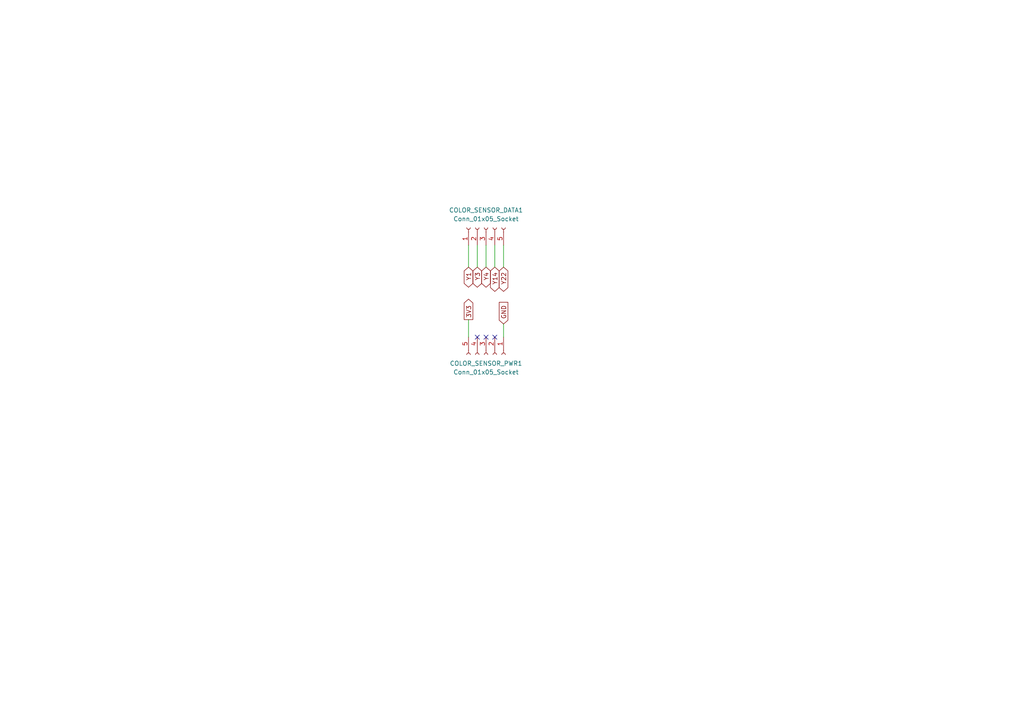
<source format=kicad_sch>
(kicad_sch (version 20231120) (generator "eeschema") (generator_version "8.0")
  (paper "A4")
  (lib_symbols
    (symbol "Connector:Conn_01x05_Socket" (pin_names (offset 1.016) hide)
      (property "Reference" "J" (at 0 7.62 0))
      (property "Value" "Conn_01x05_Socket" (at 0 -7.62 0))
      (symbol "Conn_01x05_Socket_1_1"
        (arc (start 0 -4.572) (mid -0.5058 -5.08) (end 0 -5.588) (stroke (width 0.1524)))
        (arc (start 0 -2.032) (mid -0.5058 -2.54) (end 0 -3.048) (stroke (width 0.1524)))
        (polyline (pts (xy -1.27 -5.08) (xy -0.508 -5.08)) (stroke (width 0.1524)))
        (polyline (pts (xy -1.27 -2.54) (xy -0.508 -2.54)) (stroke (width 0.1524)))
        (polyline (pts (xy -1.27 0) (xy -0.508 0)) (stroke (width 0.1524)))
        (polyline (pts (xy -1.27 2.54) (xy -0.508 2.54)) (stroke (width 0.1524)))
        (polyline (pts (xy -1.27 5.08) (xy -0.508 5.08)) (stroke (width 0.1524)))
        (arc (start 0 0.508) (mid -0.5058 0) (end 0 -0.508) (stroke (width 0.1524)))
        (arc (start 0 3.048) (mid -0.5058 2.54) (end 0 2.032) (stroke (width 0.1524)))
        (arc (start 0 5.588) (mid -0.5058 5.08) (end 0 4.572) (stroke (width 0.1524)))
        (pin passive line (at -5.08 5.08 0) (length 3.81) (name "Pin_1") (number "1"))
        (pin passive line (at -5.08 2.54 0) (length 3.81) (name "Pin_2") (number "2"))
        (pin passive line (at -5.08 0 0) (length 3.81) (name "Pin_3") (number "3"))
        (pin passive line (at -5.08 -2.54 0) (length 3.81) (name "Pin_4") (number "4"))
        (pin passive line (at -5.08 -5.08 0) (length 3.81) (name "Pin_5") (number "5"))
      )
    )
  )
  (no_connect (at 140.97 97.79))
  (no_connect (at 143.51 97.79))
  (no_connect (at 138.43 97.79))
  (wire (pts (xy 140.97 71.12) (xy 140.97 77.47)))
  (wire (pts (xy 138.43 71.12) (xy 138.43 77.47)))
  (wire (pts (xy 143.51 71.12) (xy 143.51 77.47)))
  (wire (pts (xy 146.05 93.98) (xy 146.05 97.79)))
  (wire (pts (xy 135.89 71.12) (xy 135.89 77.47)))
  (wire (pts (xy 135.89 92.71) (xy 135.89 97.79)))
  (wire (pts (xy 146.05 71.12) (xy 146.05 77.47)))
  (global_label "3V3" (shape output) (at 135.89 92.71 90) (property "Intersheetrefs" "${INTERSHEET_REFS}" (effects (hide yes))))
  (global_label "Y4" (shape bidirectional) (at 140.97 77.47 270) (property "Intersheetrefs" "${INTERSHEET_REFS}" (effects (hide yes))))
  (global_label "GND" (shape input) (at 146.05 93.98 90) (property "Intersheetrefs" "${INTERSHEET_REFS}" (effects (hide yes))))
  (global_label "Y1" (shape bidirectional) (at 135.89 77.47 270) (property "Intersheetrefs" "${INTERSHEET_REFS}" (effects (hide yes))))
  (global_label "Y14" (shape bidirectional) (at 143.51 77.47 270) (property "Intersheetrefs" "${INTERSHEET_REFS}" (effects (hide yes))))
  (global_label "Y22" (shape bidirectional) (at 146.05 77.47 270) (property "Intersheetrefs" "${INTERSHEET_REFS}" (effects (hide yes))))
  (global_label "Y3" (shape bidirectional) (at 138.43 77.47 270) (property "Intersheetrefs" "${INTERSHEET_REFS}" (effects (hide yes))))
  (symbol (lib_id "Connector:Conn_01x05_Socket") (at 140.97 66.04 90) (unit 1)
    (property "Reference" "COLOR_SENSOR_DATA1" (at 140.97 60.96 90))
    (property "Value" "Conn_01x05_Socket" (at 140.97 63.5 90))
    (property "Footprint" "Connector_PinSocket_2.54mm:PinSocket_1x05_P2.54mm_Vertical_SMD_Pin1Left" (effects (hide yes)))
    (property "Description" "Generic connector, single row, 01x05, script generated" (effects (hide yes)))
  )
  (symbol (lib_id "Connector:Conn_01x05_Socket") (at 140.97 102.87 270) (unit 1)
    (property "Reference" "COLOR_SENSOR_PWR1" (at 140.97 105.41 90))
    (property "Value" "Conn_01x05_Socket" (at 140.97 107.95 90))
    (property "Footprint" "Connector_PinSocket_2.54mm:PinSocket_1x05_P2.54mm_Vertical_SMD_Pin1Left" (effects (hide yes)))
    (property "Description" "Generic connector, single row, 01x05, script generated" (effects (hide yes)))
  )
)
</source>
